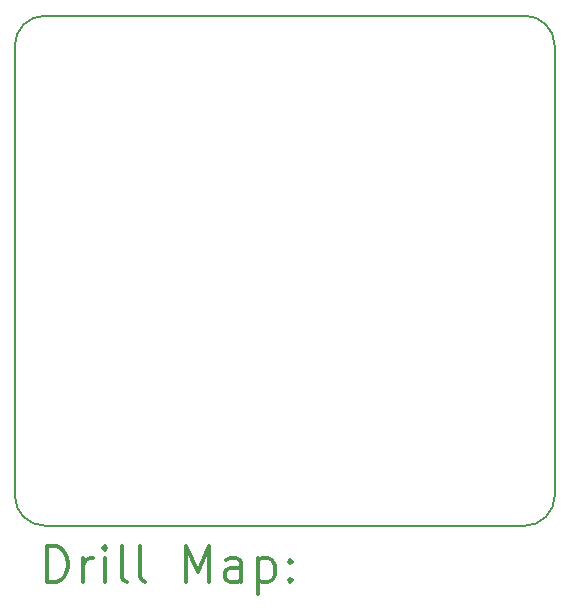
<source format=gbr>
%FSLAX45Y45*%
G04 Gerber Fmt 4.5, Leading zero omitted, Abs format (unit mm)*
G04 Created by KiCad (PCBNEW 5.0.1) date Sun 03 Feb 2019 02:08:52 PM CET*
%MOMM*%
%LPD*%
G01*
G04 APERTURE LIST*
%ADD10C,0.150000*%
%ADD11C,0.200000*%
%ADD12C,0.300000*%
G04 APERTURE END LIST*
D10*
X10033000Y-9271000D02*
G75*
G02X9779000Y-9017000I0J254000D01*
G01*
X9779000Y-5207000D02*
G75*
G02X10033000Y-4953000I254000J0D01*
G01*
X14097000Y-4953000D02*
G75*
G02X14351000Y-5207000I0J-254000D01*
G01*
X14097000Y-4953000D02*
X10033000Y-4953000D01*
X14351000Y-9017000D02*
X14351000Y-5207000D01*
X14351000Y-9017000D02*
G75*
G02X14097000Y-9271000I-254000J0D01*
G01*
D11*
X9779000Y-9017000D02*
X9779000Y-5207000D01*
X14097000Y-9271000D02*
X10033000Y-9271000D01*
D11*
D12*
X10055428Y-9746714D02*
X10055428Y-9446714D01*
X10126857Y-9446714D01*
X10169714Y-9461000D01*
X10198286Y-9489572D01*
X10212571Y-9518143D01*
X10226857Y-9575286D01*
X10226857Y-9618143D01*
X10212571Y-9675286D01*
X10198286Y-9703857D01*
X10169714Y-9732429D01*
X10126857Y-9746714D01*
X10055428Y-9746714D01*
X10355428Y-9746714D02*
X10355428Y-9546714D01*
X10355428Y-9603857D02*
X10369714Y-9575286D01*
X10384000Y-9561000D01*
X10412571Y-9546714D01*
X10441143Y-9546714D01*
X10541143Y-9746714D02*
X10541143Y-9546714D01*
X10541143Y-9446714D02*
X10526857Y-9461000D01*
X10541143Y-9475286D01*
X10555428Y-9461000D01*
X10541143Y-9446714D01*
X10541143Y-9475286D01*
X10726857Y-9746714D02*
X10698286Y-9732429D01*
X10684000Y-9703857D01*
X10684000Y-9446714D01*
X10884000Y-9746714D02*
X10855428Y-9732429D01*
X10841143Y-9703857D01*
X10841143Y-9446714D01*
X11226857Y-9746714D02*
X11226857Y-9446714D01*
X11326857Y-9661000D01*
X11426857Y-9446714D01*
X11426857Y-9746714D01*
X11698286Y-9746714D02*
X11698286Y-9589572D01*
X11684000Y-9561000D01*
X11655428Y-9546714D01*
X11598286Y-9546714D01*
X11569714Y-9561000D01*
X11698286Y-9732429D02*
X11669714Y-9746714D01*
X11598286Y-9746714D01*
X11569714Y-9732429D01*
X11555428Y-9703857D01*
X11555428Y-9675286D01*
X11569714Y-9646714D01*
X11598286Y-9632429D01*
X11669714Y-9632429D01*
X11698286Y-9618143D01*
X11841143Y-9546714D02*
X11841143Y-9846714D01*
X11841143Y-9561000D02*
X11869714Y-9546714D01*
X11926857Y-9546714D01*
X11955428Y-9561000D01*
X11969714Y-9575286D01*
X11984000Y-9603857D01*
X11984000Y-9689572D01*
X11969714Y-9718143D01*
X11955428Y-9732429D01*
X11926857Y-9746714D01*
X11869714Y-9746714D01*
X11841143Y-9732429D01*
X12112571Y-9718143D02*
X12126857Y-9732429D01*
X12112571Y-9746714D01*
X12098286Y-9732429D01*
X12112571Y-9718143D01*
X12112571Y-9746714D01*
X12112571Y-9561000D02*
X12126857Y-9575286D01*
X12112571Y-9589572D01*
X12098286Y-9575286D01*
X12112571Y-9561000D01*
X12112571Y-9589572D01*
M02*

</source>
